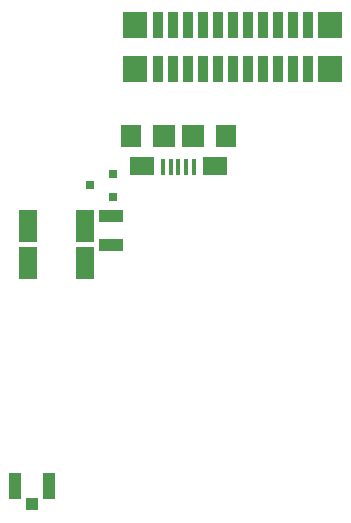
<source format=gbp>
G04 #@! TF.FileFunction,Paste,Bot*
%FSLAX46Y46*%
G04 Gerber Fmt 4.6, Leading zero omitted, Abs format (unit mm)*
G04 Created by KiCad (PCBNEW 4.0.2+dfsg1-stable) date Di 04 Apr 2017 02:29:59 CEST*
%MOMM*%
G01*
G04 APERTURE LIST*
%ADD10C,0.100000*%
%ADD11R,1.501140X2.700020*%
%ADD12R,0.800100X0.800100*%
%ADD13R,2.029460X1.140460*%
%ADD14R,1.050000X2.200000*%
%ADD15R,1.000000X1.050000*%
%ADD16R,0.400000X1.350000*%
%ADD17R,2.100000X1.600000*%
%ADD18R,1.900000X1.900000*%
%ADD19R,1.800000X1.900000*%
%ADD20R,2.120000X2.280000*%
%ADD21R,0.850000X2.280000*%
G04 APERTURE END LIST*
D10*
D11*
X54100300Y-100000000D03*
X49299700Y-100000000D03*
D12*
X56500760Y-95650000D03*
X56500760Y-97550000D03*
X54501780Y-96600000D03*
D11*
X49299700Y-103200000D03*
X54100300Y-103200000D03*
D13*
X56300000Y-101603960D03*
X56300000Y-99196040D03*
D14*
X48125000Y-122075000D03*
X51075000Y-122075000D03*
D15*
X49600000Y-123600000D03*
D16*
X60700000Y-95050000D03*
X61350000Y-95050000D03*
X62000000Y-95050000D03*
X62650000Y-95050000D03*
X63300000Y-95050000D03*
D17*
X65100000Y-94925000D03*
X58900000Y-94925000D03*
D18*
X60800000Y-92375000D03*
X63200000Y-92375000D03*
D19*
X58000000Y-92375000D03*
X66000000Y-92375000D03*
D20*
X58330000Y-86741500D03*
X58330000Y-83058500D03*
D21*
X60235000Y-86741500D03*
X60235000Y-83058500D03*
X61505000Y-86741500D03*
X61505000Y-83058500D03*
X62775000Y-86741500D03*
X62775000Y-83058500D03*
X64045000Y-86741500D03*
X64045000Y-83058500D03*
X65315000Y-86741500D03*
X65315000Y-83058500D03*
X66585000Y-86741500D03*
X66585000Y-83058500D03*
X67855000Y-86741500D03*
X67855000Y-83058500D03*
X69125000Y-86741500D03*
X69125000Y-83058500D03*
X70395000Y-86741500D03*
X70395000Y-83058500D03*
X71665000Y-86741500D03*
X71665000Y-83058500D03*
X72935000Y-86741500D03*
X72935000Y-83058500D03*
D20*
X74840000Y-86741500D03*
X74840000Y-83058500D03*
M02*

</source>
